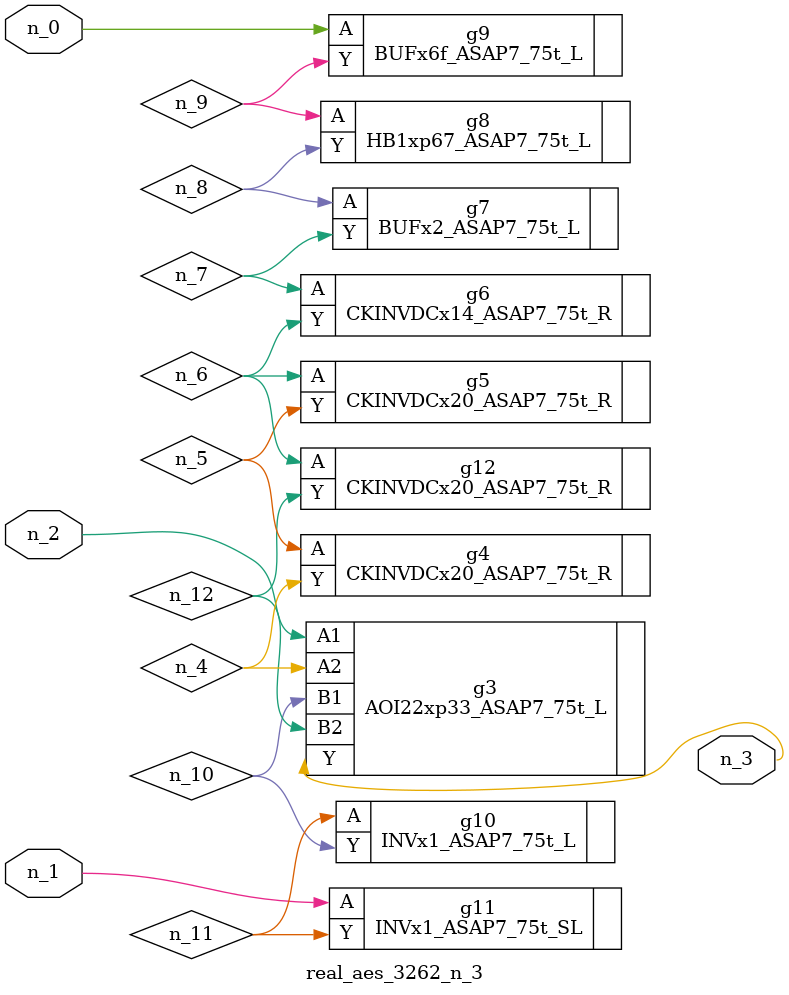
<source format=v>
module real_aes_3262_n_3 (n_0, n_2, n_1, n_3);
input n_0;
input n_2;
input n_1;
output n_3;
wire n_4;
wire n_5;
wire n_7;
wire n_8;
wire n_12;
wire n_6;
wire n_9;
wire n_10;
wire n_11;
BUFx6f_ASAP7_75t_L g9 ( .A(n_0), .Y(n_9) );
INVx1_ASAP7_75t_SL g11 ( .A(n_1), .Y(n_11) );
AOI22xp33_ASAP7_75t_L g3 ( .A1(n_2), .A2(n_4), .B1(n_10), .B2(n_12), .Y(n_3) );
CKINVDCx20_ASAP7_75t_R g4 ( .A(n_5), .Y(n_4) );
CKINVDCx20_ASAP7_75t_R g5 ( .A(n_6), .Y(n_5) );
CKINVDCx20_ASAP7_75t_R g12 ( .A(n_6), .Y(n_12) );
CKINVDCx14_ASAP7_75t_R g6 ( .A(n_7), .Y(n_6) );
BUFx2_ASAP7_75t_L g7 ( .A(n_8), .Y(n_7) );
HB1xp67_ASAP7_75t_L g8 ( .A(n_9), .Y(n_8) );
INVx1_ASAP7_75t_L g10 ( .A(n_11), .Y(n_10) );
endmodule
</source>
